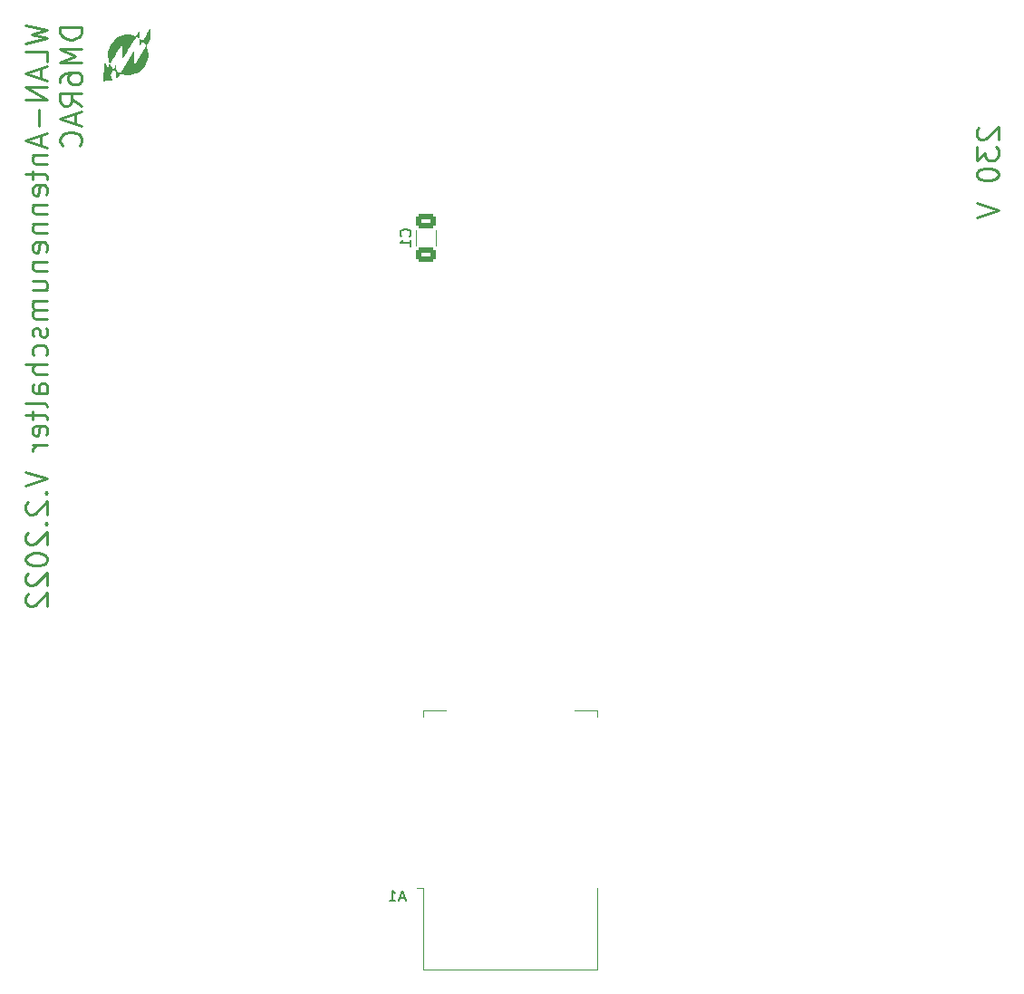
<source format=gbo>
%TF.GenerationSoftware,KiCad,Pcbnew,(6.0.4-0)*%
%TF.CreationDate,2022-09-08T11:41:12+02:00*%
%TF.ProjectId,Antennenumschalter,416e7465-6e6e-4656-9e75-6d736368616c,rev?*%
%TF.SameCoordinates,Original*%
%TF.FileFunction,Legend,Bot*%
%TF.FilePolarity,Positive*%
%FSLAX46Y46*%
G04 Gerber Fmt 4.6, Leading zero omitted, Abs format (unit mm)*
G04 Created by KiCad (PCBNEW (6.0.4-0)) date 2022-09-08 11:41:12*
%MOMM*%
%LPD*%
G01*
G04 APERTURE LIST*
G04 Aperture macros list*
%AMRoundRect*
0 Rectangle with rounded corners*
0 $1 Rounding radius*
0 $2 $3 $4 $5 $6 $7 $8 $9 X,Y pos of 4 corners*
0 Add a 4 corners polygon primitive as box body*
4,1,4,$2,$3,$4,$5,$6,$7,$8,$9,$2,$3,0*
0 Add four circle primitives for the rounded corners*
1,1,$1+$1,$2,$3*
1,1,$1+$1,$4,$5*
1,1,$1+$1,$6,$7*
1,1,$1+$1,$8,$9*
0 Add four rect primitives between the rounded corners*
20,1,$1+$1,$2,$3,$4,$5,0*
20,1,$1+$1,$4,$5,$6,$7,0*
20,1,$1+$1,$6,$7,$8,$9,0*
20,1,$1+$1,$8,$9,$2,$3,0*%
G04 Aperture macros list end*
%ADD10C,0.250000*%
%ADD11C,0.150000*%
%ADD12C,0.120000*%
%ADD13R,0.850000X0.850000*%
%ADD14R,1.700000X1.700000*%
%ADD15O,1.700000X1.700000*%
%ADD16C,5.600000*%
%ADD17C,1.524000*%
%ADD18R,2.400000X2.400000*%
%ADD19C,2.400000*%
%ADD20R,1.600000X1.600000*%
%ADD21O,1.600000X1.600000*%
%ADD22O,3.500000X3.500000*%
%ADD23R,2.000000X1.905000*%
%ADD24O,2.000000X1.905000*%
%ADD25R,3.960000X1.980000*%
%ADD26O,3.960000X1.980000*%
%ADD27C,1.700000*%
%ADD28C,3.000000*%
%ADD29RoundRect,0.250000X-0.650000X0.412500X-0.650000X-0.412500X0.650000X-0.412500X0.650000X0.412500X0*%
%ADD30R,2.500000X1.000000*%
%ADD31R,1.000000X1.800000*%
G04 APERTURE END LIST*
D10*
X52666761Y-58487214D02*
X54666761Y-58963404D01*
X53238190Y-59344357D01*
X54666761Y-59725309D01*
X52666761Y-60201500D01*
X54666761Y-61915785D02*
X54666761Y-60963404D01*
X52666761Y-60963404D01*
X54095333Y-62487214D02*
X54095333Y-63439595D01*
X54666761Y-62296738D02*
X52666761Y-62963404D01*
X54666761Y-63630071D01*
X54666761Y-64296738D02*
X52666761Y-64296738D01*
X54666761Y-65439595D01*
X52666761Y-65439595D01*
X53904857Y-66391976D02*
X53904857Y-67915785D01*
X54095333Y-68772928D02*
X54095333Y-69725309D01*
X54666761Y-68582452D02*
X52666761Y-69249119D01*
X54666761Y-69915785D01*
X53333428Y-70582452D02*
X54666761Y-70582452D01*
X53523904Y-70582452D02*
X53428666Y-70677690D01*
X53333428Y-70868166D01*
X53333428Y-71153880D01*
X53428666Y-71344357D01*
X53619142Y-71439595D01*
X54666761Y-71439595D01*
X53333428Y-72106261D02*
X53333428Y-72868166D01*
X52666761Y-72391976D02*
X54381047Y-72391976D01*
X54571523Y-72487214D01*
X54666761Y-72677690D01*
X54666761Y-72868166D01*
X54571523Y-74296738D02*
X54666761Y-74106261D01*
X54666761Y-73725309D01*
X54571523Y-73534833D01*
X54381047Y-73439595D01*
X53619142Y-73439595D01*
X53428666Y-73534833D01*
X53333428Y-73725309D01*
X53333428Y-74106261D01*
X53428666Y-74296738D01*
X53619142Y-74391976D01*
X53809619Y-74391976D01*
X54000095Y-73439595D01*
X53333428Y-75249119D02*
X54666761Y-75249119D01*
X53523904Y-75249119D02*
X53428666Y-75344357D01*
X53333428Y-75534833D01*
X53333428Y-75820547D01*
X53428666Y-76011023D01*
X53619142Y-76106261D01*
X54666761Y-76106261D01*
X53333428Y-77058642D02*
X54666761Y-77058642D01*
X53523904Y-77058642D02*
X53428666Y-77153880D01*
X53333428Y-77344357D01*
X53333428Y-77630071D01*
X53428666Y-77820547D01*
X53619142Y-77915785D01*
X54666761Y-77915785D01*
X54571523Y-79630071D02*
X54666761Y-79439595D01*
X54666761Y-79058642D01*
X54571523Y-78868166D01*
X54381047Y-78772928D01*
X53619142Y-78772928D01*
X53428666Y-78868166D01*
X53333428Y-79058642D01*
X53333428Y-79439595D01*
X53428666Y-79630071D01*
X53619142Y-79725309D01*
X53809619Y-79725309D01*
X54000095Y-78772928D01*
X53333428Y-80582452D02*
X54666761Y-80582452D01*
X53523904Y-80582452D02*
X53428666Y-80677690D01*
X53333428Y-80868166D01*
X53333428Y-81153880D01*
X53428666Y-81344357D01*
X53619142Y-81439595D01*
X54666761Y-81439595D01*
X53333428Y-83249119D02*
X54666761Y-83249119D01*
X53333428Y-82391976D02*
X54381047Y-82391976D01*
X54571523Y-82487214D01*
X54666761Y-82677690D01*
X54666761Y-82963404D01*
X54571523Y-83153880D01*
X54476285Y-83249119D01*
X54666761Y-84201500D02*
X53333428Y-84201500D01*
X53523904Y-84201500D02*
X53428666Y-84296738D01*
X53333428Y-84487214D01*
X53333428Y-84772928D01*
X53428666Y-84963404D01*
X53619142Y-85058642D01*
X54666761Y-85058642D01*
X53619142Y-85058642D02*
X53428666Y-85153880D01*
X53333428Y-85344357D01*
X53333428Y-85630071D01*
X53428666Y-85820547D01*
X53619142Y-85915785D01*
X54666761Y-85915785D01*
X54571523Y-86772928D02*
X54666761Y-86963404D01*
X54666761Y-87344357D01*
X54571523Y-87534833D01*
X54381047Y-87630071D01*
X54285809Y-87630071D01*
X54095333Y-87534833D01*
X54000095Y-87344357D01*
X54000095Y-87058642D01*
X53904857Y-86868166D01*
X53714380Y-86772928D01*
X53619142Y-86772928D01*
X53428666Y-86868166D01*
X53333428Y-87058642D01*
X53333428Y-87344357D01*
X53428666Y-87534833D01*
X54571523Y-89344357D02*
X54666761Y-89153880D01*
X54666761Y-88772928D01*
X54571523Y-88582452D01*
X54476285Y-88487214D01*
X54285809Y-88391976D01*
X53714380Y-88391976D01*
X53523904Y-88487214D01*
X53428666Y-88582452D01*
X53333428Y-88772928D01*
X53333428Y-89153880D01*
X53428666Y-89344357D01*
X54666761Y-90201500D02*
X52666761Y-90201500D01*
X54666761Y-91058642D02*
X53619142Y-91058642D01*
X53428666Y-90963404D01*
X53333428Y-90772928D01*
X53333428Y-90487214D01*
X53428666Y-90296738D01*
X53523904Y-90201500D01*
X54666761Y-92868166D02*
X53619142Y-92868166D01*
X53428666Y-92772928D01*
X53333428Y-92582452D01*
X53333428Y-92201500D01*
X53428666Y-92011023D01*
X54571523Y-92868166D02*
X54666761Y-92677690D01*
X54666761Y-92201500D01*
X54571523Y-92011023D01*
X54381047Y-91915785D01*
X54190571Y-91915785D01*
X54000095Y-92011023D01*
X53904857Y-92201500D01*
X53904857Y-92677690D01*
X53809619Y-92868166D01*
X54666761Y-94106261D02*
X54571523Y-93915785D01*
X54381047Y-93820547D01*
X52666761Y-93820547D01*
X53333428Y-94582452D02*
X53333428Y-95344357D01*
X52666761Y-94868166D02*
X54381047Y-94868166D01*
X54571523Y-94963404D01*
X54666761Y-95153880D01*
X54666761Y-95344357D01*
X54571523Y-96772928D02*
X54666761Y-96582452D01*
X54666761Y-96201500D01*
X54571523Y-96011023D01*
X54381047Y-95915785D01*
X53619142Y-95915785D01*
X53428666Y-96011023D01*
X53333428Y-96201500D01*
X53333428Y-96582452D01*
X53428666Y-96772928D01*
X53619142Y-96868166D01*
X53809619Y-96868166D01*
X54000095Y-95915785D01*
X54666761Y-97725309D02*
X53333428Y-97725309D01*
X53714380Y-97725309D02*
X53523904Y-97820547D01*
X53428666Y-97915785D01*
X53333428Y-98106261D01*
X53333428Y-98296738D01*
X52666761Y-100201500D02*
X54666761Y-100868166D01*
X52666761Y-101534833D01*
X54476285Y-102201500D02*
X54571523Y-102296738D01*
X54666761Y-102201500D01*
X54571523Y-102106261D01*
X54476285Y-102201500D01*
X54666761Y-102201500D01*
X52857238Y-103058642D02*
X52762000Y-103153880D01*
X52666761Y-103344357D01*
X52666761Y-103820547D01*
X52762000Y-104011023D01*
X52857238Y-104106261D01*
X53047714Y-104201500D01*
X53238190Y-104201500D01*
X53523904Y-104106261D01*
X54666761Y-102963404D01*
X54666761Y-104201500D01*
X54476285Y-105058642D02*
X54571523Y-105153880D01*
X54666761Y-105058642D01*
X54571523Y-104963404D01*
X54476285Y-105058642D01*
X54666761Y-105058642D01*
X52857238Y-105915785D02*
X52762000Y-106011023D01*
X52666761Y-106201500D01*
X52666761Y-106677690D01*
X52762000Y-106868166D01*
X52857238Y-106963404D01*
X53047714Y-107058642D01*
X53238190Y-107058642D01*
X53523904Y-106963404D01*
X54666761Y-105820547D01*
X54666761Y-107058642D01*
X52666761Y-108296738D02*
X52666761Y-108487214D01*
X52762000Y-108677690D01*
X52857238Y-108772928D01*
X53047714Y-108868166D01*
X53428666Y-108963404D01*
X53904857Y-108963404D01*
X54285809Y-108868166D01*
X54476285Y-108772928D01*
X54571523Y-108677690D01*
X54666761Y-108487214D01*
X54666761Y-108296738D01*
X54571523Y-108106261D01*
X54476285Y-108011023D01*
X54285809Y-107915785D01*
X53904857Y-107820547D01*
X53428666Y-107820547D01*
X53047714Y-107915785D01*
X52857238Y-108011023D01*
X52762000Y-108106261D01*
X52666761Y-108296738D01*
X52857238Y-109725309D02*
X52762000Y-109820547D01*
X52666761Y-110011023D01*
X52666761Y-110487214D01*
X52762000Y-110677690D01*
X52857238Y-110772928D01*
X53047714Y-110868166D01*
X53238190Y-110868166D01*
X53523904Y-110772928D01*
X54666761Y-109630071D01*
X54666761Y-110868166D01*
X52857238Y-111630071D02*
X52762000Y-111725309D01*
X52666761Y-111915785D01*
X52666761Y-112391976D01*
X52762000Y-112582452D01*
X52857238Y-112677690D01*
X53047714Y-112772928D01*
X53238190Y-112772928D01*
X53523904Y-112677690D01*
X54666761Y-111534833D01*
X54666761Y-112772928D01*
X57886761Y-58677690D02*
X55886761Y-58677690D01*
X55886761Y-59153880D01*
X55982000Y-59439595D01*
X56172476Y-59630071D01*
X56362952Y-59725309D01*
X56743904Y-59820547D01*
X57029619Y-59820547D01*
X57410571Y-59725309D01*
X57601047Y-59630071D01*
X57791523Y-59439595D01*
X57886761Y-59153880D01*
X57886761Y-58677690D01*
X57886761Y-60677690D02*
X55886761Y-60677690D01*
X57315333Y-61344357D01*
X55886761Y-62011023D01*
X57886761Y-62011023D01*
X55886761Y-63820547D02*
X55886761Y-63439595D01*
X55982000Y-63249119D01*
X56077238Y-63153880D01*
X56362952Y-62963404D01*
X56743904Y-62868166D01*
X57505809Y-62868166D01*
X57696285Y-62963404D01*
X57791523Y-63058642D01*
X57886761Y-63249119D01*
X57886761Y-63630071D01*
X57791523Y-63820547D01*
X57696285Y-63915785D01*
X57505809Y-64011023D01*
X57029619Y-64011023D01*
X56839142Y-63915785D01*
X56743904Y-63820547D01*
X56648666Y-63630071D01*
X56648666Y-63249119D01*
X56743904Y-63058642D01*
X56839142Y-62963404D01*
X57029619Y-62868166D01*
X57886761Y-66011023D02*
X56934380Y-65344357D01*
X57886761Y-64868166D02*
X55886761Y-64868166D01*
X55886761Y-65630071D01*
X55982000Y-65820547D01*
X56077238Y-65915785D01*
X56267714Y-66011023D01*
X56553428Y-66011023D01*
X56743904Y-65915785D01*
X56839142Y-65820547D01*
X56934380Y-65630071D01*
X56934380Y-64868166D01*
X57315333Y-66772928D02*
X57315333Y-67725309D01*
X57886761Y-66582452D02*
X55886761Y-67249119D01*
X57886761Y-67915785D01*
X57696285Y-69725309D02*
X57791523Y-69630071D01*
X57886761Y-69344357D01*
X57886761Y-69153880D01*
X57791523Y-68868166D01*
X57601047Y-68677690D01*
X57410571Y-68582452D01*
X57029619Y-68487214D01*
X56743904Y-68487214D01*
X56362952Y-68582452D01*
X56172476Y-68677690D01*
X55982000Y-68868166D01*
X55886761Y-69153880D01*
X55886761Y-69344357D01*
X55982000Y-69630071D01*
X56077238Y-69725309D01*
X141716238Y-68040761D02*
X141621000Y-68136000D01*
X141525761Y-68326476D01*
X141525761Y-68802666D01*
X141621000Y-68993142D01*
X141716238Y-69088380D01*
X141906714Y-69183619D01*
X142097190Y-69183619D01*
X142382904Y-69088380D01*
X143525761Y-67945523D01*
X143525761Y-69183619D01*
X141525761Y-69850285D02*
X141525761Y-71088380D01*
X142287666Y-70421714D01*
X142287666Y-70707428D01*
X142382904Y-70897904D01*
X142478142Y-70993142D01*
X142668619Y-71088380D01*
X143144809Y-71088380D01*
X143335285Y-70993142D01*
X143430523Y-70897904D01*
X143525761Y-70707428D01*
X143525761Y-70136000D01*
X143430523Y-69945523D01*
X143335285Y-69850285D01*
X141525761Y-72326476D02*
X141525761Y-72516952D01*
X141621000Y-72707428D01*
X141716238Y-72802666D01*
X141906714Y-72897904D01*
X142287666Y-72993142D01*
X142763857Y-72993142D01*
X143144809Y-72897904D01*
X143335285Y-72802666D01*
X143430523Y-72707428D01*
X143525761Y-72516952D01*
X143525761Y-72326476D01*
X143430523Y-72136000D01*
X143335285Y-72040761D01*
X143144809Y-71945523D01*
X142763857Y-71850285D01*
X142287666Y-71850285D01*
X141906714Y-71945523D01*
X141716238Y-72040761D01*
X141621000Y-72136000D01*
X141525761Y-72326476D01*
X141525761Y-75088380D02*
X143525761Y-75755047D01*
X141525761Y-76421714D01*
D11*
X88550142Y-78192333D02*
X88597761Y-78144714D01*
X88645380Y-78001857D01*
X88645380Y-77906619D01*
X88597761Y-77763761D01*
X88502523Y-77668523D01*
X88407285Y-77620904D01*
X88216809Y-77573285D01*
X88073952Y-77573285D01*
X87883476Y-77620904D01*
X87788238Y-77668523D01*
X87693000Y-77763761D01*
X87645380Y-77906619D01*
X87645380Y-78001857D01*
X87693000Y-78144714D01*
X87740619Y-78192333D01*
X88645380Y-79144714D02*
X88645380Y-78573285D01*
X88645380Y-78859000D02*
X87645380Y-78859000D01*
X87788238Y-78763761D01*
X87883476Y-78668523D01*
X87931095Y-78573285D01*
X88071285Y-140046666D02*
X87595095Y-140046666D01*
X88166523Y-140332380D02*
X87833190Y-139332380D01*
X87499857Y-140332380D01*
X86642714Y-140332380D02*
X87214142Y-140332380D01*
X86928428Y-140332380D02*
X86928428Y-139332380D01*
X87023666Y-139475238D01*
X87118904Y-139570476D01*
X87214142Y-139618095D01*
D12*
X90953000Y-77647748D02*
X90953000Y-79070252D01*
X89133000Y-77647748D02*
X89133000Y-79070252D01*
X106037000Y-122500000D02*
X103917000Y-122500000D01*
X91917000Y-122500000D02*
X89797000Y-122500000D01*
X106037000Y-123120000D02*
X106037000Y-122500000D01*
X89797000Y-139120000D02*
X89187000Y-139120000D01*
X89797000Y-122500000D02*
X89797000Y-123120000D01*
X106037000Y-146740000D02*
X106037000Y-139120000D01*
X89797000Y-139120000D02*
X89797000Y-146740000D01*
X89797000Y-146740000D02*
X106037000Y-146740000D01*
G36*
X63315913Y-58991104D02*
G01*
X63324374Y-59048426D01*
X63329371Y-59157564D01*
X63331133Y-59321143D01*
X63331111Y-59354678D01*
X63329684Y-59489870D01*
X63326405Y-59599445D01*
X63321696Y-59672895D01*
X63315976Y-59699714D01*
X63299736Y-59694245D01*
X63244120Y-59668327D01*
X63166204Y-59628286D01*
X63113967Y-59601677D01*
X63043074Y-59569908D01*
X63003227Y-59557991D01*
X63003210Y-59557992D01*
X62982318Y-59582017D01*
X62935670Y-59649669D01*
X62866727Y-59755485D01*
X62778950Y-59894004D01*
X62675801Y-60059761D01*
X62560741Y-60247296D01*
X62437233Y-60451146D01*
X62324228Y-60638593D01*
X62201780Y-60841255D01*
X62088550Y-61028198D01*
X61988582Y-61192770D01*
X61905916Y-61328316D01*
X61844596Y-61428186D01*
X61808661Y-61485726D01*
X61717285Y-61628286D01*
X61703000Y-60939605D01*
X61688714Y-60250925D01*
X61131571Y-61160744D01*
X61119573Y-61180330D01*
X60994063Y-61384395D01*
X60877924Y-61571772D01*
X60774543Y-61737104D01*
X60687306Y-61875034D01*
X60619597Y-61980207D01*
X60574803Y-62047265D01*
X60556310Y-62070853D01*
X60553758Y-62069557D01*
X60532397Y-62034667D01*
X60499192Y-61961828D01*
X60460167Y-61864000D01*
X60455955Y-61852729D01*
X60418712Y-61739525D01*
X60393800Y-61627286D01*
X60377872Y-61496657D01*
X60367585Y-61328286D01*
X60363861Y-61161647D01*
X60374977Y-60960966D01*
X60409109Y-60779131D01*
X60470648Y-60595118D01*
X60563985Y-60387905D01*
X60696155Y-60164164D01*
X60894624Y-59926668D01*
X61132994Y-59722791D01*
X61404656Y-59558046D01*
X61703000Y-59437945D01*
X61919229Y-59390563D01*
X62177510Y-59370288D01*
X62446643Y-59380253D01*
X62707733Y-59419696D01*
X62941882Y-59487857D01*
X62948696Y-59488883D01*
X62988138Y-59463750D01*
X63047320Y-59390047D01*
X63127827Y-59265884D01*
X63164717Y-59205664D01*
X63226551Y-59105346D01*
X63274989Y-59027553D01*
X63301874Y-58985428D01*
X63303761Y-58982973D01*
X63315913Y-58991104D01*
G37*
G36*
X64318121Y-58788016D02*
G01*
X64323504Y-58857665D01*
X64327752Y-58967448D01*
X64330536Y-59108892D01*
X64331528Y-59273524D01*
X64331484Y-59799714D01*
X64143559Y-60112485D01*
X64087918Y-60207139D01*
X64016376Y-60340058D01*
X63977887Y-60431502D01*
X63971319Y-60483914D01*
X63977626Y-60507254D01*
X63998425Y-60583512D01*
X64027833Y-60690888D01*
X64061642Y-60814000D01*
X64071915Y-60851805D01*
X64104571Y-60986289D01*
X64121750Y-61098319D01*
X64126224Y-61213355D01*
X64120766Y-61356857D01*
X64108811Y-61503971D01*
X64072193Y-61722132D01*
X64009568Y-61922488D01*
X63914726Y-62128286D01*
X63792447Y-62332420D01*
X63588441Y-62581209D01*
X63344610Y-62789089D01*
X63060142Y-62956845D01*
X62952397Y-63005145D01*
X62644616Y-63102923D01*
X62329242Y-63147050D01*
X62013392Y-63136923D01*
X61704182Y-63071937D01*
X61671010Y-63062018D01*
X61577612Y-63038440D01*
X61523132Y-63034990D01*
X61496538Y-63050529D01*
X61480319Y-63075898D01*
X61438134Y-63143010D01*
X61378804Y-63237988D01*
X61309641Y-63349148D01*
X61145857Y-63612867D01*
X61137945Y-63216064D01*
X61130034Y-62819261D01*
X61013476Y-62713957D01*
X60968238Y-62676082D01*
X60906093Y-62636995D01*
X60871202Y-62634368D01*
X60847840Y-62664901D01*
X60803712Y-62731007D01*
X60748736Y-62817604D01*
X60691308Y-62911010D01*
X60639826Y-62997545D01*
X60602688Y-63063528D01*
X60588291Y-63095279D01*
X60591505Y-63107907D01*
X60612003Y-63164633D01*
X60647274Y-63254385D01*
X60692456Y-63364596D01*
X60718666Y-63428922D01*
X60756055Y-63527645D01*
X60779058Y-63598316D01*
X60783481Y-63628757D01*
X60778637Y-63630954D01*
X60730704Y-63640378D01*
X60642368Y-63652806D01*
X60525768Y-63666985D01*
X60393044Y-63681662D01*
X60256334Y-63695583D01*
X60127778Y-63707497D01*
X60019515Y-63716150D01*
X59943684Y-63720289D01*
X59912423Y-63718662D01*
X59911427Y-63705328D01*
X59913575Y-63643030D01*
X59919654Y-63537497D01*
X59928998Y-63397069D01*
X59940947Y-63230086D01*
X59954836Y-63044887D01*
X59970004Y-62849812D01*
X59985787Y-62653202D01*
X60001523Y-62463396D01*
X60016549Y-62288734D01*
X60030202Y-62137556D01*
X60041819Y-62018202D01*
X60050738Y-61939011D01*
X60056295Y-61908323D01*
X60067609Y-61922291D01*
X60097116Y-61979078D01*
X60139444Y-62069836D01*
X60189675Y-62184386D01*
X60312191Y-62471311D01*
X60424418Y-62283920D01*
X60536645Y-62096528D01*
X60622639Y-62233835D01*
X60655230Y-62283247D01*
X60728985Y-62383493D01*
X60797546Y-62464423D01*
X60886459Y-62557704D01*
X61008016Y-62364789D01*
X61129573Y-62171873D01*
X61137715Y-62495306D01*
X61145857Y-62818738D01*
X61496831Y-63015746D01*
X62135630Y-61964873D01*
X62774428Y-60914000D01*
X62803000Y-62341830D01*
X63935218Y-60442720D01*
X63860605Y-60306931D01*
X63804687Y-60214778D01*
X63737308Y-60122037D01*
X63673148Y-60049498D01*
X63620848Y-60006811D01*
X63589048Y-60003626D01*
X63586642Y-60006401D01*
X63556934Y-60047902D01*
X63507942Y-60121746D01*
X63448946Y-60214000D01*
X63332114Y-60399714D01*
X63331842Y-60062054D01*
X63331571Y-59724394D01*
X63410142Y-59780399D01*
X63479124Y-59835504D01*
X63543706Y-59897254D01*
X63598698Y-59958104D01*
X63945450Y-59372403D01*
X64009708Y-59264097D01*
X64102488Y-59108587D01*
X64183372Y-58974061D01*
X64248083Y-58867581D01*
X64292346Y-58796213D01*
X64311886Y-58767018D01*
X64311931Y-58766974D01*
X64318121Y-58788016D01*
G37*
%LPC*%
D13*
X69088000Y-58039000D03*
X61087000Y-100457000D03*
D14*
X81153000Y-132842000D03*
D15*
X81153000Y-135382000D03*
X81153000Y-137922000D03*
D14*
X53086000Y-134351000D03*
D15*
X53086000Y-131811000D03*
X53086000Y-129271000D03*
X53086000Y-126731000D03*
X53086000Y-124191000D03*
X53086000Y-121651000D03*
X53086000Y-119111000D03*
X53086000Y-116571000D03*
D16*
X146000000Y-53000000D03*
X53000000Y-146000000D03*
D17*
X130429000Y-80779000D03*
X130429000Y-65793000D03*
D16*
X146000000Y-146000000D03*
X53000000Y-53000000D03*
D18*
X84582000Y-64389000D03*
D19*
X84582000Y-59389000D03*
D20*
X86360000Y-75959000D03*
D21*
X86360000Y-81039000D03*
X93980000Y-81039000D03*
X93980000Y-75959000D03*
D22*
X78042000Y-76454000D03*
D23*
X61382000Y-73914000D03*
D24*
X61382000Y-76454000D03*
X61382000Y-78994000D03*
D25*
X131953000Y-89818000D03*
D26*
X131953000Y-94818000D03*
D22*
X96543000Y-106045000D03*
D23*
X79883000Y-103505000D03*
D24*
X79883000Y-106045000D03*
X79883000Y-108585000D03*
D14*
X67743000Y-139355000D03*
D27*
X74243000Y-139355000D03*
X74243000Y-143855000D03*
X67743000Y-143855000D03*
D28*
X120363000Y-67216000D03*
X120363000Y-72216000D03*
X120363000Y-77216000D03*
X120363000Y-82216000D03*
X120363000Y-87216000D03*
X100363000Y-87216000D03*
X100363000Y-82216000D03*
X100363000Y-77216000D03*
X100363000Y-72216000D03*
X100363000Y-67216000D03*
D14*
X110485000Y-145796000D03*
D15*
X113025000Y-145796000D03*
D29*
X90043000Y-76796500D03*
X90043000Y-79921500D03*
D30*
X90317000Y-138120000D03*
X90317000Y-136120000D03*
X90317000Y-134120000D03*
X90317000Y-132120000D03*
X90317000Y-130120000D03*
X90317000Y-128120000D03*
X90317000Y-126120000D03*
X90317000Y-124120000D03*
D31*
X92917000Y-122620000D03*
X94917000Y-122620000D03*
X96917000Y-122620000D03*
X98917000Y-122620000D03*
X100917000Y-122620000D03*
X102917000Y-122620000D03*
D30*
X105517000Y-124120000D03*
X105517000Y-126120000D03*
X105517000Y-128120000D03*
X105517000Y-130120000D03*
X105517000Y-132120000D03*
X105517000Y-134120000D03*
X105517000Y-136120000D03*
X105517000Y-138120000D03*
M02*

</source>
